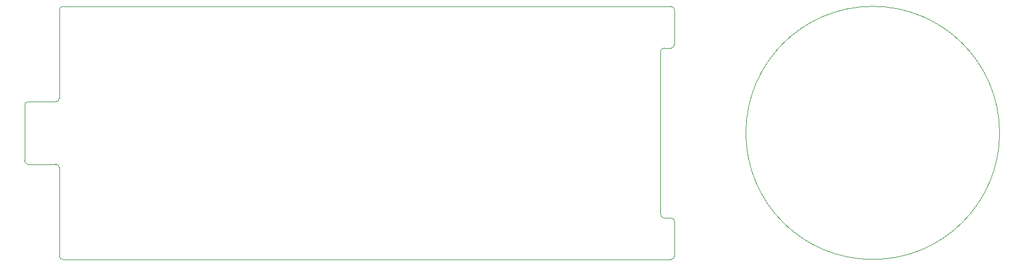
<source format=gbr>
%TF.GenerationSoftware,KiCad,Pcbnew,8.0.8*%
%TF.CreationDate,2025-05-05T18:32:44+03:00*%
%TF.ProjectId,gamma-spectrometer,67616d6d-612d-4737-9065-6374726f6d65,v0.0.4*%
%TF.SameCoordinates,Original*%
%TF.FileFunction,Profile,NP*%
%FSLAX46Y46*%
G04 Gerber Fmt 4.6, Leading zero omitted, Abs format (unit mm)*
G04 Created by KiCad (PCBNEW 8.0.8) date 2025-05-05 18:32:44*
%MOMM*%
%LPD*%
G01*
G04 APERTURE LIST*
%TA.AperFunction,Profile*%
%ADD10C,0.050000*%
%TD*%
G04 APERTURE END LIST*
D10*
X162000000Y-72000000D02*
G75*
G02*
X162500000Y-71500000I500000J0D01*
G01*
X75500000Y-78750000D02*
X75500000Y-66000000D01*
X162000000Y-95500000D02*
X162000000Y-72000000D01*
X75500000Y-78750000D02*
G75*
G02*
X75000000Y-79250000I-500000J0D01*
G01*
X162000000Y-65500000D02*
X163500000Y-65500000D01*
X75000000Y-88250000D02*
G75*
G02*
X75500000Y-88750000I0J-500000D01*
G01*
X162000000Y-102000000D02*
X76000000Y-102000000D01*
X76000000Y-65500000D02*
X162000000Y-65500000D01*
X210775000Y-83746870D02*
G75*
G02*
X174275000Y-83746870I-18250000J0D01*
G01*
X174275000Y-83746870D02*
G75*
G02*
X210775000Y-83746870I18250000J0D01*
G01*
X75500000Y-101500000D02*
X75500000Y-88750000D01*
X71000000Y-88250000D02*
G75*
G02*
X70500000Y-87750000I0J500000D01*
G01*
X164000000Y-101500000D02*
G75*
G02*
X163500000Y-102000000I-500000J0D01*
G01*
X162500000Y-96000000D02*
X163500000Y-96000000D01*
X75000000Y-88250000D02*
X71000000Y-88250000D01*
X164000000Y-96500000D02*
X164000000Y-101500000D01*
X75000000Y-79250000D02*
X71000000Y-79250000D01*
X162500000Y-71500000D02*
X163500000Y-71500000D01*
X164000000Y-71000000D02*
G75*
G02*
X163500000Y-71500000I-500000J0D01*
G01*
X75500000Y-66000000D02*
G75*
G02*
X76000000Y-65500000I500000J0D01*
G01*
X70500000Y-79750000D02*
G75*
G02*
X71000000Y-79250000I500000J0D01*
G01*
X163500000Y-102000000D02*
X162000000Y-102000000D01*
X162500000Y-96000000D02*
G75*
G02*
X162000000Y-95500000I0J500000D01*
G01*
X163500000Y-96000000D02*
G75*
G02*
X164000000Y-96500000I0J-500000D01*
G01*
X163500000Y-65500000D02*
G75*
G02*
X164000000Y-66000000I0J-500000D01*
G01*
X164000000Y-66000000D02*
X164000000Y-71000000D01*
X76000000Y-102000000D02*
G75*
G02*
X75500000Y-101500000I0J500000D01*
G01*
X70500000Y-87750000D02*
X70500000Y-79750000D01*
M02*

</source>
